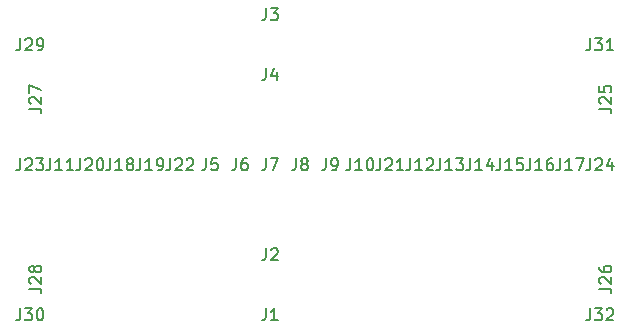
<source format=gbr>
G04 #@! TF.GenerationSoftware,KiCad,Pcbnew,(5.0.0)*
G04 #@! TF.CreationDate,2018-12-08T20:10:30+09:00*
G04 #@! TF.ProjectId,PocketBeagle,506F636B6574426561676C652E6B6963,rev?*
G04 #@! TF.SameCoordinates,Original*
G04 #@! TF.FileFunction,Legend,Top*
G04 #@! TF.FilePolarity,Positive*
%FSLAX46Y46*%
G04 Gerber Fmt 4.6, Leading zero omitted, Abs format (unit mm)*
G04 Created by KiCad (PCBNEW (5.0.0)) date 12/08/18 20:10:30*
%MOMM*%
%LPD*%
G01*
G04 APERTURE LIST*
%ADD10C,0.150000*%
G04 APERTURE END LIST*
G04 #@! TO.C,J1*
D10*
X144446666Y-116792380D02*
X144446666Y-117506666D01*
X144399047Y-117649523D01*
X144303809Y-117744761D01*
X144160952Y-117792380D01*
X144065714Y-117792380D01*
X145446666Y-117792380D02*
X144875238Y-117792380D01*
X145160952Y-117792380D02*
X145160952Y-116792380D01*
X145065714Y-116935238D01*
X144970476Y-117030476D01*
X144875238Y-117078095D01*
G04 #@! TO.C,J2*
X144446666Y-111712380D02*
X144446666Y-112426666D01*
X144399047Y-112569523D01*
X144303809Y-112664761D01*
X144160952Y-112712380D01*
X144065714Y-112712380D01*
X144875238Y-111807619D02*
X144922857Y-111760000D01*
X145018095Y-111712380D01*
X145256190Y-111712380D01*
X145351428Y-111760000D01*
X145399047Y-111807619D01*
X145446666Y-111902857D01*
X145446666Y-111998095D01*
X145399047Y-112140952D01*
X144827619Y-112712380D01*
X145446666Y-112712380D01*
G04 #@! TO.C,J3*
X144446666Y-91392380D02*
X144446666Y-92106666D01*
X144399047Y-92249523D01*
X144303809Y-92344761D01*
X144160952Y-92392380D01*
X144065714Y-92392380D01*
X144827619Y-91392380D02*
X145446666Y-91392380D01*
X145113333Y-91773333D01*
X145256190Y-91773333D01*
X145351428Y-91820952D01*
X145399047Y-91868571D01*
X145446666Y-91963809D01*
X145446666Y-92201904D01*
X145399047Y-92297142D01*
X145351428Y-92344761D01*
X145256190Y-92392380D01*
X144970476Y-92392380D01*
X144875238Y-92344761D01*
X144827619Y-92297142D01*
G04 #@! TO.C,J4*
X144446666Y-96472380D02*
X144446666Y-97186666D01*
X144399047Y-97329523D01*
X144303809Y-97424761D01*
X144160952Y-97472380D01*
X144065714Y-97472380D01*
X145351428Y-96805714D02*
X145351428Y-97472380D01*
X145113333Y-96424761D02*
X144875238Y-97139047D01*
X145494285Y-97139047D01*
G04 #@! TO.C,J5*
X139366666Y-104092380D02*
X139366666Y-104806666D01*
X139319047Y-104949523D01*
X139223809Y-105044761D01*
X139080952Y-105092380D01*
X138985714Y-105092380D01*
X140319047Y-104092380D02*
X139842857Y-104092380D01*
X139795238Y-104568571D01*
X139842857Y-104520952D01*
X139938095Y-104473333D01*
X140176190Y-104473333D01*
X140271428Y-104520952D01*
X140319047Y-104568571D01*
X140366666Y-104663809D01*
X140366666Y-104901904D01*
X140319047Y-104997142D01*
X140271428Y-105044761D01*
X140176190Y-105092380D01*
X139938095Y-105092380D01*
X139842857Y-105044761D01*
X139795238Y-104997142D01*
G04 #@! TO.C,J6*
X141906666Y-104092380D02*
X141906666Y-104806666D01*
X141859047Y-104949523D01*
X141763809Y-105044761D01*
X141620952Y-105092380D01*
X141525714Y-105092380D01*
X142811428Y-104092380D02*
X142620952Y-104092380D01*
X142525714Y-104140000D01*
X142478095Y-104187619D01*
X142382857Y-104330476D01*
X142335238Y-104520952D01*
X142335238Y-104901904D01*
X142382857Y-104997142D01*
X142430476Y-105044761D01*
X142525714Y-105092380D01*
X142716190Y-105092380D01*
X142811428Y-105044761D01*
X142859047Y-104997142D01*
X142906666Y-104901904D01*
X142906666Y-104663809D01*
X142859047Y-104568571D01*
X142811428Y-104520952D01*
X142716190Y-104473333D01*
X142525714Y-104473333D01*
X142430476Y-104520952D01*
X142382857Y-104568571D01*
X142335238Y-104663809D01*
G04 #@! TO.C,J7*
X144446666Y-104092380D02*
X144446666Y-104806666D01*
X144399047Y-104949523D01*
X144303809Y-105044761D01*
X144160952Y-105092380D01*
X144065714Y-105092380D01*
X144827619Y-104092380D02*
X145494285Y-104092380D01*
X145065714Y-105092380D01*
G04 #@! TO.C,J8*
X146986666Y-104092380D02*
X146986666Y-104806666D01*
X146939047Y-104949523D01*
X146843809Y-105044761D01*
X146700952Y-105092380D01*
X146605714Y-105092380D01*
X147605714Y-104520952D02*
X147510476Y-104473333D01*
X147462857Y-104425714D01*
X147415238Y-104330476D01*
X147415238Y-104282857D01*
X147462857Y-104187619D01*
X147510476Y-104140000D01*
X147605714Y-104092380D01*
X147796190Y-104092380D01*
X147891428Y-104140000D01*
X147939047Y-104187619D01*
X147986666Y-104282857D01*
X147986666Y-104330476D01*
X147939047Y-104425714D01*
X147891428Y-104473333D01*
X147796190Y-104520952D01*
X147605714Y-104520952D01*
X147510476Y-104568571D01*
X147462857Y-104616190D01*
X147415238Y-104711428D01*
X147415238Y-104901904D01*
X147462857Y-104997142D01*
X147510476Y-105044761D01*
X147605714Y-105092380D01*
X147796190Y-105092380D01*
X147891428Y-105044761D01*
X147939047Y-104997142D01*
X147986666Y-104901904D01*
X147986666Y-104711428D01*
X147939047Y-104616190D01*
X147891428Y-104568571D01*
X147796190Y-104520952D01*
G04 #@! TO.C,J9*
X149526666Y-104092380D02*
X149526666Y-104806666D01*
X149479047Y-104949523D01*
X149383809Y-105044761D01*
X149240952Y-105092380D01*
X149145714Y-105092380D01*
X150050476Y-105092380D02*
X150240952Y-105092380D01*
X150336190Y-105044761D01*
X150383809Y-104997142D01*
X150479047Y-104854285D01*
X150526666Y-104663809D01*
X150526666Y-104282857D01*
X150479047Y-104187619D01*
X150431428Y-104140000D01*
X150336190Y-104092380D01*
X150145714Y-104092380D01*
X150050476Y-104140000D01*
X150002857Y-104187619D01*
X149955238Y-104282857D01*
X149955238Y-104520952D01*
X150002857Y-104616190D01*
X150050476Y-104663809D01*
X150145714Y-104711428D01*
X150336190Y-104711428D01*
X150431428Y-104663809D01*
X150479047Y-104616190D01*
X150526666Y-104520952D01*
G04 #@! TO.C,J10*
X151590476Y-104092380D02*
X151590476Y-104806666D01*
X151542857Y-104949523D01*
X151447619Y-105044761D01*
X151304761Y-105092380D01*
X151209523Y-105092380D01*
X152590476Y-105092380D02*
X152019047Y-105092380D01*
X152304761Y-105092380D02*
X152304761Y-104092380D01*
X152209523Y-104235238D01*
X152114285Y-104330476D01*
X152019047Y-104378095D01*
X153209523Y-104092380D02*
X153304761Y-104092380D01*
X153400000Y-104140000D01*
X153447619Y-104187619D01*
X153495238Y-104282857D01*
X153542857Y-104473333D01*
X153542857Y-104711428D01*
X153495238Y-104901904D01*
X153447619Y-104997142D01*
X153400000Y-105044761D01*
X153304761Y-105092380D01*
X153209523Y-105092380D01*
X153114285Y-105044761D01*
X153066666Y-104997142D01*
X153019047Y-104901904D01*
X152971428Y-104711428D01*
X152971428Y-104473333D01*
X153019047Y-104282857D01*
X153066666Y-104187619D01*
X153114285Y-104140000D01*
X153209523Y-104092380D01*
G04 #@! TO.C,J11*
X126190476Y-104092380D02*
X126190476Y-104806666D01*
X126142857Y-104949523D01*
X126047619Y-105044761D01*
X125904761Y-105092380D01*
X125809523Y-105092380D01*
X127190476Y-105092380D02*
X126619047Y-105092380D01*
X126904761Y-105092380D02*
X126904761Y-104092380D01*
X126809523Y-104235238D01*
X126714285Y-104330476D01*
X126619047Y-104378095D01*
X128142857Y-105092380D02*
X127571428Y-105092380D01*
X127857142Y-105092380D02*
X127857142Y-104092380D01*
X127761904Y-104235238D01*
X127666666Y-104330476D01*
X127571428Y-104378095D01*
G04 #@! TO.C,J12*
X156670476Y-104092380D02*
X156670476Y-104806666D01*
X156622857Y-104949523D01*
X156527619Y-105044761D01*
X156384761Y-105092380D01*
X156289523Y-105092380D01*
X157670476Y-105092380D02*
X157099047Y-105092380D01*
X157384761Y-105092380D02*
X157384761Y-104092380D01*
X157289523Y-104235238D01*
X157194285Y-104330476D01*
X157099047Y-104378095D01*
X158051428Y-104187619D02*
X158099047Y-104140000D01*
X158194285Y-104092380D01*
X158432380Y-104092380D01*
X158527619Y-104140000D01*
X158575238Y-104187619D01*
X158622857Y-104282857D01*
X158622857Y-104378095D01*
X158575238Y-104520952D01*
X158003809Y-105092380D01*
X158622857Y-105092380D01*
G04 #@! TO.C,J13*
X159210476Y-104092380D02*
X159210476Y-104806666D01*
X159162857Y-104949523D01*
X159067619Y-105044761D01*
X158924761Y-105092380D01*
X158829523Y-105092380D01*
X160210476Y-105092380D02*
X159639047Y-105092380D01*
X159924761Y-105092380D02*
X159924761Y-104092380D01*
X159829523Y-104235238D01*
X159734285Y-104330476D01*
X159639047Y-104378095D01*
X160543809Y-104092380D02*
X161162857Y-104092380D01*
X160829523Y-104473333D01*
X160972380Y-104473333D01*
X161067619Y-104520952D01*
X161115238Y-104568571D01*
X161162857Y-104663809D01*
X161162857Y-104901904D01*
X161115238Y-104997142D01*
X161067619Y-105044761D01*
X160972380Y-105092380D01*
X160686666Y-105092380D01*
X160591428Y-105044761D01*
X160543809Y-104997142D01*
G04 #@! TO.C,J14*
X161750476Y-104092380D02*
X161750476Y-104806666D01*
X161702857Y-104949523D01*
X161607619Y-105044761D01*
X161464761Y-105092380D01*
X161369523Y-105092380D01*
X162750476Y-105092380D02*
X162179047Y-105092380D01*
X162464761Y-105092380D02*
X162464761Y-104092380D01*
X162369523Y-104235238D01*
X162274285Y-104330476D01*
X162179047Y-104378095D01*
X163607619Y-104425714D02*
X163607619Y-105092380D01*
X163369523Y-104044761D02*
X163131428Y-104759047D01*
X163750476Y-104759047D01*
G04 #@! TO.C,J15*
X164290476Y-104092380D02*
X164290476Y-104806666D01*
X164242857Y-104949523D01*
X164147619Y-105044761D01*
X164004761Y-105092380D01*
X163909523Y-105092380D01*
X165290476Y-105092380D02*
X164719047Y-105092380D01*
X165004761Y-105092380D02*
X165004761Y-104092380D01*
X164909523Y-104235238D01*
X164814285Y-104330476D01*
X164719047Y-104378095D01*
X166195238Y-104092380D02*
X165719047Y-104092380D01*
X165671428Y-104568571D01*
X165719047Y-104520952D01*
X165814285Y-104473333D01*
X166052380Y-104473333D01*
X166147619Y-104520952D01*
X166195238Y-104568571D01*
X166242857Y-104663809D01*
X166242857Y-104901904D01*
X166195238Y-104997142D01*
X166147619Y-105044761D01*
X166052380Y-105092380D01*
X165814285Y-105092380D01*
X165719047Y-105044761D01*
X165671428Y-104997142D01*
G04 #@! TO.C,J16*
X166830476Y-104092380D02*
X166830476Y-104806666D01*
X166782857Y-104949523D01*
X166687619Y-105044761D01*
X166544761Y-105092380D01*
X166449523Y-105092380D01*
X167830476Y-105092380D02*
X167259047Y-105092380D01*
X167544761Y-105092380D02*
X167544761Y-104092380D01*
X167449523Y-104235238D01*
X167354285Y-104330476D01*
X167259047Y-104378095D01*
X168687619Y-104092380D02*
X168497142Y-104092380D01*
X168401904Y-104140000D01*
X168354285Y-104187619D01*
X168259047Y-104330476D01*
X168211428Y-104520952D01*
X168211428Y-104901904D01*
X168259047Y-104997142D01*
X168306666Y-105044761D01*
X168401904Y-105092380D01*
X168592380Y-105092380D01*
X168687619Y-105044761D01*
X168735238Y-104997142D01*
X168782857Y-104901904D01*
X168782857Y-104663809D01*
X168735238Y-104568571D01*
X168687619Y-104520952D01*
X168592380Y-104473333D01*
X168401904Y-104473333D01*
X168306666Y-104520952D01*
X168259047Y-104568571D01*
X168211428Y-104663809D01*
G04 #@! TO.C,J17*
X169370476Y-104092380D02*
X169370476Y-104806666D01*
X169322857Y-104949523D01*
X169227619Y-105044761D01*
X169084761Y-105092380D01*
X168989523Y-105092380D01*
X170370476Y-105092380D02*
X169799047Y-105092380D01*
X170084761Y-105092380D02*
X170084761Y-104092380D01*
X169989523Y-104235238D01*
X169894285Y-104330476D01*
X169799047Y-104378095D01*
X170703809Y-104092380D02*
X171370476Y-104092380D01*
X170941904Y-105092380D01*
G04 #@! TO.C,J20*
X128730476Y-104092380D02*
X128730476Y-104806666D01*
X128682857Y-104949523D01*
X128587619Y-105044761D01*
X128444761Y-105092380D01*
X128349523Y-105092380D01*
X129159047Y-104187619D02*
X129206666Y-104140000D01*
X129301904Y-104092380D01*
X129540000Y-104092380D01*
X129635238Y-104140000D01*
X129682857Y-104187619D01*
X129730476Y-104282857D01*
X129730476Y-104378095D01*
X129682857Y-104520952D01*
X129111428Y-105092380D01*
X129730476Y-105092380D01*
X130349523Y-104092380D02*
X130444761Y-104092380D01*
X130540000Y-104140000D01*
X130587619Y-104187619D01*
X130635238Y-104282857D01*
X130682857Y-104473333D01*
X130682857Y-104711428D01*
X130635238Y-104901904D01*
X130587619Y-104997142D01*
X130540000Y-105044761D01*
X130444761Y-105092380D01*
X130349523Y-105092380D01*
X130254285Y-105044761D01*
X130206666Y-104997142D01*
X130159047Y-104901904D01*
X130111428Y-104711428D01*
X130111428Y-104473333D01*
X130159047Y-104282857D01*
X130206666Y-104187619D01*
X130254285Y-104140000D01*
X130349523Y-104092380D01*
G04 #@! TO.C,J21*
X154130476Y-104092380D02*
X154130476Y-104806666D01*
X154082857Y-104949523D01*
X153987619Y-105044761D01*
X153844761Y-105092380D01*
X153749523Y-105092380D01*
X154559047Y-104187619D02*
X154606666Y-104140000D01*
X154701904Y-104092380D01*
X154940000Y-104092380D01*
X155035238Y-104140000D01*
X155082857Y-104187619D01*
X155130476Y-104282857D01*
X155130476Y-104378095D01*
X155082857Y-104520952D01*
X154511428Y-105092380D01*
X155130476Y-105092380D01*
X156082857Y-105092380D02*
X155511428Y-105092380D01*
X155797142Y-105092380D02*
X155797142Y-104092380D01*
X155701904Y-104235238D01*
X155606666Y-104330476D01*
X155511428Y-104378095D01*
G04 #@! TO.C,J22*
X136350476Y-104092380D02*
X136350476Y-104806666D01*
X136302857Y-104949523D01*
X136207619Y-105044761D01*
X136064761Y-105092380D01*
X135969523Y-105092380D01*
X136779047Y-104187619D02*
X136826666Y-104140000D01*
X136921904Y-104092380D01*
X137160000Y-104092380D01*
X137255238Y-104140000D01*
X137302857Y-104187619D01*
X137350476Y-104282857D01*
X137350476Y-104378095D01*
X137302857Y-104520952D01*
X136731428Y-105092380D01*
X137350476Y-105092380D01*
X137731428Y-104187619D02*
X137779047Y-104140000D01*
X137874285Y-104092380D01*
X138112380Y-104092380D01*
X138207619Y-104140000D01*
X138255238Y-104187619D01*
X138302857Y-104282857D01*
X138302857Y-104378095D01*
X138255238Y-104520952D01*
X137683809Y-105092380D01*
X138302857Y-105092380D01*
G04 #@! TO.C,J23*
X123650476Y-104092380D02*
X123650476Y-104806666D01*
X123602857Y-104949523D01*
X123507619Y-105044761D01*
X123364761Y-105092380D01*
X123269523Y-105092380D01*
X124079047Y-104187619D02*
X124126666Y-104140000D01*
X124221904Y-104092380D01*
X124460000Y-104092380D01*
X124555238Y-104140000D01*
X124602857Y-104187619D01*
X124650476Y-104282857D01*
X124650476Y-104378095D01*
X124602857Y-104520952D01*
X124031428Y-105092380D01*
X124650476Y-105092380D01*
X124983809Y-104092380D02*
X125602857Y-104092380D01*
X125269523Y-104473333D01*
X125412380Y-104473333D01*
X125507619Y-104520952D01*
X125555238Y-104568571D01*
X125602857Y-104663809D01*
X125602857Y-104901904D01*
X125555238Y-104997142D01*
X125507619Y-105044761D01*
X125412380Y-105092380D01*
X125126666Y-105092380D01*
X125031428Y-105044761D01*
X124983809Y-104997142D01*
G04 #@! TO.C,J24*
X171910476Y-104092380D02*
X171910476Y-104806666D01*
X171862857Y-104949523D01*
X171767619Y-105044761D01*
X171624761Y-105092380D01*
X171529523Y-105092380D01*
X172339047Y-104187619D02*
X172386666Y-104140000D01*
X172481904Y-104092380D01*
X172720000Y-104092380D01*
X172815238Y-104140000D01*
X172862857Y-104187619D01*
X172910476Y-104282857D01*
X172910476Y-104378095D01*
X172862857Y-104520952D01*
X172291428Y-105092380D01*
X172910476Y-105092380D01*
X173767619Y-104425714D02*
X173767619Y-105092380D01*
X173529523Y-104044761D02*
X173291428Y-104759047D01*
X173910476Y-104759047D01*
G04 #@! TO.C,J18*
X131270476Y-104092380D02*
X131270476Y-104806666D01*
X131222857Y-104949523D01*
X131127619Y-105044761D01*
X130984761Y-105092380D01*
X130889523Y-105092380D01*
X132270476Y-105092380D02*
X131699047Y-105092380D01*
X131984761Y-105092380D02*
X131984761Y-104092380D01*
X131889523Y-104235238D01*
X131794285Y-104330476D01*
X131699047Y-104378095D01*
X132841904Y-104520952D02*
X132746666Y-104473333D01*
X132699047Y-104425714D01*
X132651428Y-104330476D01*
X132651428Y-104282857D01*
X132699047Y-104187619D01*
X132746666Y-104140000D01*
X132841904Y-104092380D01*
X133032380Y-104092380D01*
X133127619Y-104140000D01*
X133175238Y-104187619D01*
X133222857Y-104282857D01*
X133222857Y-104330476D01*
X133175238Y-104425714D01*
X133127619Y-104473333D01*
X133032380Y-104520952D01*
X132841904Y-104520952D01*
X132746666Y-104568571D01*
X132699047Y-104616190D01*
X132651428Y-104711428D01*
X132651428Y-104901904D01*
X132699047Y-104997142D01*
X132746666Y-105044761D01*
X132841904Y-105092380D01*
X133032380Y-105092380D01*
X133127619Y-105044761D01*
X133175238Y-104997142D01*
X133222857Y-104901904D01*
X133222857Y-104711428D01*
X133175238Y-104616190D01*
X133127619Y-104568571D01*
X133032380Y-104520952D01*
G04 #@! TO.C,J19*
X133810476Y-104092380D02*
X133810476Y-104806666D01*
X133762857Y-104949523D01*
X133667619Y-105044761D01*
X133524761Y-105092380D01*
X133429523Y-105092380D01*
X134810476Y-105092380D02*
X134239047Y-105092380D01*
X134524761Y-105092380D02*
X134524761Y-104092380D01*
X134429523Y-104235238D01*
X134334285Y-104330476D01*
X134239047Y-104378095D01*
X135286666Y-105092380D02*
X135477142Y-105092380D01*
X135572380Y-105044761D01*
X135620000Y-104997142D01*
X135715238Y-104854285D01*
X135762857Y-104663809D01*
X135762857Y-104282857D01*
X135715238Y-104187619D01*
X135667619Y-104140000D01*
X135572380Y-104092380D01*
X135381904Y-104092380D01*
X135286666Y-104140000D01*
X135239047Y-104187619D01*
X135191428Y-104282857D01*
X135191428Y-104520952D01*
X135239047Y-104616190D01*
X135286666Y-104663809D01*
X135381904Y-104711428D01*
X135572380Y-104711428D01*
X135667619Y-104663809D01*
X135715238Y-104616190D01*
X135762857Y-104520952D01*
G04 #@! TO.C,J25*
X172672380Y-99869523D02*
X173386666Y-99869523D01*
X173529523Y-99917142D01*
X173624761Y-100012380D01*
X173672380Y-100155238D01*
X173672380Y-100250476D01*
X172767619Y-99440952D02*
X172720000Y-99393333D01*
X172672380Y-99298095D01*
X172672380Y-99060000D01*
X172720000Y-98964761D01*
X172767619Y-98917142D01*
X172862857Y-98869523D01*
X172958095Y-98869523D01*
X173100952Y-98917142D01*
X173672380Y-99488571D01*
X173672380Y-98869523D01*
X172672380Y-97964761D02*
X172672380Y-98440952D01*
X173148571Y-98488571D01*
X173100952Y-98440952D01*
X173053333Y-98345714D01*
X173053333Y-98107619D01*
X173100952Y-98012380D01*
X173148571Y-97964761D01*
X173243809Y-97917142D01*
X173481904Y-97917142D01*
X173577142Y-97964761D01*
X173624761Y-98012380D01*
X173672380Y-98107619D01*
X173672380Y-98345714D01*
X173624761Y-98440952D01*
X173577142Y-98488571D01*
G04 #@! TO.C,J26*
X172672380Y-115109523D02*
X173386666Y-115109523D01*
X173529523Y-115157142D01*
X173624761Y-115252380D01*
X173672380Y-115395238D01*
X173672380Y-115490476D01*
X172767619Y-114680952D02*
X172720000Y-114633333D01*
X172672380Y-114538095D01*
X172672380Y-114300000D01*
X172720000Y-114204761D01*
X172767619Y-114157142D01*
X172862857Y-114109523D01*
X172958095Y-114109523D01*
X173100952Y-114157142D01*
X173672380Y-114728571D01*
X173672380Y-114109523D01*
X172672380Y-113252380D02*
X172672380Y-113442857D01*
X172720000Y-113538095D01*
X172767619Y-113585714D01*
X172910476Y-113680952D01*
X173100952Y-113728571D01*
X173481904Y-113728571D01*
X173577142Y-113680952D01*
X173624761Y-113633333D01*
X173672380Y-113538095D01*
X173672380Y-113347619D01*
X173624761Y-113252380D01*
X173577142Y-113204761D01*
X173481904Y-113157142D01*
X173243809Y-113157142D01*
X173148571Y-113204761D01*
X173100952Y-113252380D01*
X173053333Y-113347619D01*
X173053333Y-113538095D01*
X173100952Y-113633333D01*
X173148571Y-113680952D01*
X173243809Y-113728571D01*
G04 #@! TO.C,J27*
X124412380Y-99869523D02*
X125126666Y-99869523D01*
X125269523Y-99917142D01*
X125364761Y-100012380D01*
X125412380Y-100155238D01*
X125412380Y-100250476D01*
X124507619Y-99440952D02*
X124460000Y-99393333D01*
X124412380Y-99298095D01*
X124412380Y-99060000D01*
X124460000Y-98964761D01*
X124507619Y-98917142D01*
X124602857Y-98869523D01*
X124698095Y-98869523D01*
X124840952Y-98917142D01*
X125412380Y-99488571D01*
X125412380Y-98869523D01*
X124412380Y-98536190D02*
X124412380Y-97869523D01*
X125412380Y-98298095D01*
G04 #@! TO.C,J28*
X124412380Y-115109523D02*
X125126666Y-115109523D01*
X125269523Y-115157142D01*
X125364761Y-115252380D01*
X125412380Y-115395238D01*
X125412380Y-115490476D01*
X124507619Y-114680952D02*
X124460000Y-114633333D01*
X124412380Y-114538095D01*
X124412380Y-114300000D01*
X124460000Y-114204761D01*
X124507619Y-114157142D01*
X124602857Y-114109523D01*
X124698095Y-114109523D01*
X124840952Y-114157142D01*
X125412380Y-114728571D01*
X125412380Y-114109523D01*
X124840952Y-113538095D02*
X124793333Y-113633333D01*
X124745714Y-113680952D01*
X124650476Y-113728571D01*
X124602857Y-113728571D01*
X124507619Y-113680952D01*
X124460000Y-113633333D01*
X124412380Y-113538095D01*
X124412380Y-113347619D01*
X124460000Y-113252380D01*
X124507619Y-113204761D01*
X124602857Y-113157142D01*
X124650476Y-113157142D01*
X124745714Y-113204761D01*
X124793333Y-113252380D01*
X124840952Y-113347619D01*
X124840952Y-113538095D01*
X124888571Y-113633333D01*
X124936190Y-113680952D01*
X125031428Y-113728571D01*
X125221904Y-113728571D01*
X125317142Y-113680952D01*
X125364761Y-113633333D01*
X125412380Y-113538095D01*
X125412380Y-113347619D01*
X125364761Y-113252380D01*
X125317142Y-113204761D01*
X125221904Y-113157142D01*
X125031428Y-113157142D01*
X124936190Y-113204761D01*
X124888571Y-113252380D01*
X124840952Y-113347619D01*
G04 #@! TO.C,J29*
X123650476Y-93932380D02*
X123650476Y-94646666D01*
X123602857Y-94789523D01*
X123507619Y-94884761D01*
X123364761Y-94932380D01*
X123269523Y-94932380D01*
X124079047Y-94027619D02*
X124126666Y-93980000D01*
X124221904Y-93932380D01*
X124460000Y-93932380D01*
X124555238Y-93980000D01*
X124602857Y-94027619D01*
X124650476Y-94122857D01*
X124650476Y-94218095D01*
X124602857Y-94360952D01*
X124031428Y-94932380D01*
X124650476Y-94932380D01*
X125126666Y-94932380D02*
X125317142Y-94932380D01*
X125412380Y-94884761D01*
X125460000Y-94837142D01*
X125555238Y-94694285D01*
X125602857Y-94503809D01*
X125602857Y-94122857D01*
X125555238Y-94027619D01*
X125507619Y-93980000D01*
X125412380Y-93932380D01*
X125221904Y-93932380D01*
X125126666Y-93980000D01*
X125079047Y-94027619D01*
X125031428Y-94122857D01*
X125031428Y-94360952D01*
X125079047Y-94456190D01*
X125126666Y-94503809D01*
X125221904Y-94551428D01*
X125412380Y-94551428D01*
X125507619Y-94503809D01*
X125555238Y-94456190D01*
X125602857Y-94360952D01*
G04 #@! TO.C,J30*
X123650476Y-116792380D02*
X123650476Y-117506666D01*
X123602857Y-117649523D01*
X123507619Y-117744761D01*
X123364761Y-117792380D01*
X123269523Y-117792380D01*
X124031428Y-116792380D02*
X124650476Y-116792380D01*
X124317142Y-117173333D01*
X124460000Y-117173333D01*
X124555238Y-117220952D01*
X124602857Y-117268571D01*
X124650476Y-117363809D01*
X124650476Y-117601904D01*
X124602857Y-117697142D01*
X124555238Y-117744761D01*
X124460000Y-117792380D01*
X124174285Y-117792380D01*
X124079047Y-117744761D01*
X124031428Y-117697142D01*
X125269523Y-116792380D02*
X125364761Y-116792380D01*
X125460000Y-116840000D01*
X125507619Y-116887619D01*
X125555238Y-116982857D01*
X125602857Y-117173333D01*
X125602857Y-117411428D01*
X125555238Y-117601904D01*
X125507619Y-117697142D01*
X125460000Y-117744761D01*
X125364761Y-117792380D01*
X125269523Y-117792380D01*
X125174285Y-117744761D01*
X125126666Y-117697142D01*
X125079047Y-117601904D01*
X125031428Y-117411428D01*
X125031428Y-117173333D01*
X125079047Y-116982857D01*
X125126666Y-116887619D01*
X125174285Y-116840000D01*
X125269523Y-116792380D01*
G04 #@! TO.C,J31*
X171910476Y-93932380D02*
X171910476Y-94646666D01*
X171862857Y-94789523D01*
X171767619Y-94884761D01*
X171624761Y-94932380D01*
X171529523Y-94932380D01*
X172291428Y-93932380D02*
X172910476Y-93932380D01*
X172577142Y-94313333D01*
X172720000Y-94313333D01*
X172815238Y-94360952D01*
X172862857Y-94408571D01*
X172910476Y-94503809D01*
X172910476Y-94741904D01*
X172862857Y-94837142D01*
X172815238Y-94884761D01*
X172720000Y-94932380D01*
X172434285Y-94932380D01*
X172339047Y-94884761D01*
X172291428Y-94837142D01*
X173862857Y-94932380D02*
X173291428Y-94932380D01*
X173577142Y-94932380D02*
X173577142Y-93932380D01*
X173481904Y-94075238D01*
X173386666Y-94170476D01*
X173291428Y-94218095D01*
G04 #@! TO.C,J32*
X171910476Y-116792380D02*
X171910476Y-117506666D01*
X171862857Y-117649523D01*
X171767619Y-117744761D01*
X171624761Y-117792380D01*
X171529523Y-117792380D01*
X172291428Y-116792380D02*
X172910476Y-116792380D01*
X172577142Y-117173333D01*
X172720000Y-117173333D01*
X172815238Y-117220952D01*
X172862857Y-117268571D01*
X172910476Y-117363809D01*
X172910476Y-117601904D01*
X172862857Y-117697142D01*
X172815238Y-117744761D01*
X172720000Y-117792380D01*
X172434285Y-117792380D01*
X172339047Y-117744761D01*
X172291428Y-117697142D01*
X173291428Y-116887619D02*
X173339047Y-116840000D01*
X173434285Y-116792380D01*
X173672380Y-116792380D01*
X173767619Y-116840000D01*
X173815238Y-116887619D01*
X173862857Y-116982857D01*
X173862857Y-117078095D01*
X173815238Y-117220952D01*
X173243809Y-117792380D01*
X173862857Y-117792380D01*
G04 #@! TD*
M02*

</source>
